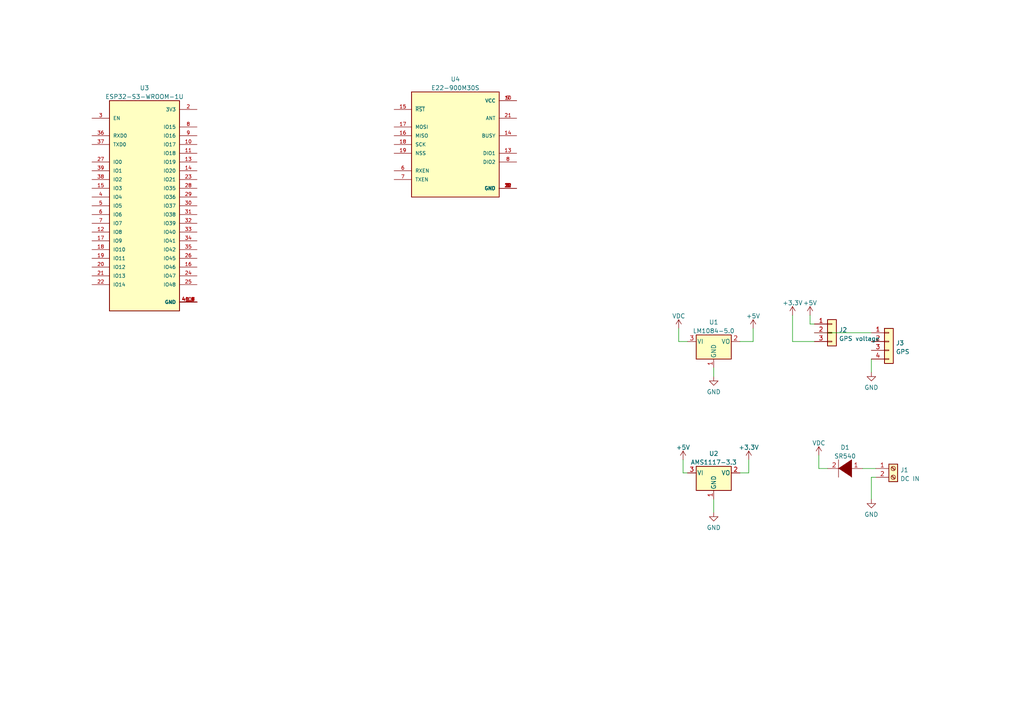
<source format=kicad_sch>
(kicad_sch (version 20211123) (generator eeschema)
  (paper "A4")
  (title_block (title "Basestation / repeater for Meshtastic") (date "2023-03-10") (rev "1") (company "Stefan Gofferje") (comment 1 "GNU GPL 3.0") (comment 4 "WIP - NOT READY"))
  (lib_symbols
    (symbol "Connector:Screw_Terminal_01x02" (pin_names (offset 1.016) hide)
      (property "Reference" "J" (at 0 2.54 0))
      (property "Value" "Screw_Terminal_01x02" (at 0 -5.08 0))
      (symbol "Screw_Terminal_01x02_1_1"
        (rectangle (start -1.27 1.27) (end 1.27 -3.81) (stroke (width 0.254)) (fill (type background)))
        (circle (center 0 -2.54) (radius 0.635) (stroke (width 0.1524)))
        (polyline (pts (xy -0.5334 -2.2098) (xy 0.3302 -3.048)) (stroke (width 0.1524)))
        (polyline (pts (xy -0.5334 0.3302) (xy 0.3302 -0.508)) (stroke (width 0.1524)))
        (polyline (pts (xy -0.3556 -2.032) (xy 0.508 -2.8702)) (stroke (width 0.1524)))
        (polyline (pts (xy -0.3556 0.508) (xy 0.508 -0.3302)) (stroke (width 0.1524)))
        (circle (center 0 0) (radius 0.635) (stroke (width 0.1524)))
        (pin passive line (at -5.08 0 0) (length 3.81) (name "Pin_1") (number "1"))
        (pin passive line (at -5.08 -2.54 0) (length 3.81) (name "Pin_2") (number "2"))
      )
    )
    (symbol "Connector_Generic:Conn_01x03" (pin_names (offset 1.016) hide)
      (property "Reference" "J" (at 0 5.08 0))
      (property "Value" "Conn_01x03" (at 0 -5.08 0))
      (symbol "Conn_01x03_1_1"
        (rectangle (start -1.27 -2.413) (end 0 -2.667) (stroke (width 0.1524)))
        (rectangle (start -1.27 0.127) (end 0 -0.127) (stroke (width 0.1524)))
        (rectangle (start -1.27 2.667) (end 0 2.413) (stroke (width 0.1524)))
        (rectangle (start -1.27 3.81) (end 1.27 -3.81) (stroke (width 0.254)) (fill (type background)))
        (pin passive line (at -5.08 2.54 0) (length 3.81) (name "Pin_1") (number "1"))
        (pin passive line (at -5.08 0 0) (length 3.81) (name "Pin_2") (number "2"))
        (pin passive line (at -5.08 -2.54 0) (length 3.81) (name "Pin_3") (number "3"))
      )
    )
    (symbol "Connector_Generic:Conn_01x04" (pin_names (offset 1.016) hide)
      (property "Reference" "J" (at 0 5.08 0))
      (property "Value" "Conn_01x04" (at 0 -7.62 0))
      (symbol "Conn_01x04_1_1"
        (rectangle (start -1.27 -4.953) (end 0 -5.207) (stroke (width 0.1524)))
        (rectangle (start -1.27 -2.413) (end 0 -2.667) (stroke (width 0.1524)))
        (rectangle (start -1.27 0.127) (end 0 -0.127) (stroke (width 0.1524)))
        (rectangle (start -1.27 2.667) (end 0 2.413) (stroke (width 0.1524)))
        (rectangle (start -1.27 3.81) (end 1.27 -6.35) (stroke (width 0.254)) (fill (type background)))
        (pin passive line (at -5.08 2.54 0) (length 3.81) (name "Pin_1") (number "1"))
        (pin passive line (at -5.08 0 0) (length 3.81) (name "Pin_2") (number "2"))
        (pin passive line (at -5.08 -2.54 0) (length 3.81) (name "Pin_3") (number "3"))
        (pin passive line (at -5.08 -5.08 0) (length 3.81) (name "Pin_4") (number "4"))
      )
    )
    (symbol "EByte E22-900M30S:E22-900M30S" (pin_names (offset 1.016))
      (property "Reference" "U" (at -12.7 16.002 0))
      (property "Value" "E22-900M30S" (at -12.7 -17.78 0))
      (symbol "E22-900M30S_0_0"
        (rectangle (start -12.7 -15.24) (end 12.7 15.24) (stroke (width 0.254)) (fill (type background)))
        (pin power_in line (at 17.78 -12.7 180) (length 5.08) (name "GND") (number "1"))
        (pin power_in line (at 17.78 12.7 180) (length 5.08) (name "VCC") (number "10"))
        (pin power_in line (at 17.78 -12.7 180) (length 5.08) (name "GND") (number "11"))
        (pin power_in line (at 17.78 -12.7 180) (length 5.08) (name "GND") (number "12"))
        (pin bidirectional line (at 17.78 -2.54 180) (length 5.08) (name "DIO1") (number "13"))
        (pin output line (at 17.78 2.54 180) (length 5.08) (name "BUSY") (number "14"))
        (pin input line (at -17.78 10.16 0) (length 5.08) (name "~{RST}") (number "15"))
        (pin output line (at -17.78 2.54 0) (length 5.08) (name "MISO") (number "16"))
        (pin input line (at -17.78 5.08 0) (length 5.08) (name "MOSI") (number "17"))
        (pin input line (at -17.78 0 0) (length 5.08) (name "SCK") (number "18"))
        (pin input line (at -17.78 -2.54 0) (length 5.08) (name "NSS") (number "19"))
        (pin power_in line (at 17.78 -12.7 180) (length 5.08) (name "GND") (number "2"))
        (pin power_in line (at 17.78 -12.7 180) (length 5.08) (name "GND") (number "20"))
        (pin output line (at 17.78 7.62 180) (length 5.08) (name "ANT") (number "21"))
        (pin power_in line (at 17.78 -12.7 180) (length 5.08) (name "GND") (number "22"))
        (pin power_in line (at 17.78 -12.7 180) (length 5.08) (name "GND") (number "3"))
        (pin power_in line (at 17.78 -12.7 180) (length 5.08) (name "GND") (number "4"))
        (pin power_in line (at 17.78 -12.7 180) (length 5.08) (name "GND") (number "5"))
        (pin input line (at -17.78 -7.62 0) (length 5.08) (name "RXEN") (number "6"))
        (pin input line (at -17.78 -10.16 0) (length 5.08) (name "TXEN") (number "7"))
        (pin bidirectional line (at 17.78 -5.08 180) (length 5.08) (name "DIO2") (number "8"))
        (pin power_in line (at 17.78 12.7 180) (length 5.08) (name "VCC") (number "9"))
      )
    )
    (symbol "ESP32-Wroom-S3-1U:ESP32-S3-WROOM-1U" (pin_names (offset 1.016))
      (property "Reference" "U" (at -10.16 31.369 0))
      (property "Value" "ESP32-S3-WROOM-1U" (at -10.16 -33.02 0))
      (symbol "ESP32-S3-WROOM-1U_0_0"
        (rectangle (start -10.16 -30.48) (end 10.16 30.48) (stroke (width 0.254)) (fill (type background)))
        (pin power_in line (at 15.24 -27.94 180) (length 5.08) (name "GND") (number "1"))
        (pin bidirectional line (at 15.24 17.78 180) (length 5.08) (name "IO17") (number "10"))
        (pin bidirectional line (at 15.24 15.24 180) (length 5.08) (name "IO18") (number "11"))
        (pin bidirectional line (at -15.24 -7.62 0) (length 5.08) (name "IO8") (number "12"))
        (pin bidirectional line (at 15.24 12.7 180) (length 5.08) (name "IO19") (number "13"))
        (pin bidirectional line (at 15.24 10.16 180) (length 5.08) (name "IO20") (number "14"))
        (pin bidirectional line (at -15.24 5.08 0) (length 5.08) (name "IO3") (number "15"))
        (pin bidirectional line (at 15.24 -17.78 180) (length 5.08) (name "IO46") (number "16"))
        (pin bidirectional line (at -15.24 -10.16 0) (length 5.08) (name "IO9") (number "17"))
        (pin bidirectional line (at -15.24 -12.7 0) (length 5.08) (name "IO10") (number "18"))
        (pin bidirectional line (at -15.24 -15.24 0) (length 5.08) (name "IO11") (number "19"))
        (pin power_in line (at 15.24 27.94 180) (length 5.08) (name "3V3") (number "2"))
        (pin bidirectional line (at -15.24 -17.78 0) (length 5.08) (name "IO12") (number "20"))
        (pin bidirectional line (at -15.24 -20.32 0) (length 5.08) (name "IO13") (number "21"))
        (pin bidirectional line (at -15.24 -22.86 0) (length 5.08) (name "IO14") (number "22"))
        (pin bidirectional line (at 15.24 7.62 180) (length 5.08) (name "IO21") (number "23"))
        (pin bidirectional line (at 15.24 -20.32 180) (length 5.08) (name "IO47") (number "24"))
        (pin bidirectional line (at 15.24 -22.86 180) (length 5.08) (name "IO48") (number "25"))
        (pin bidirectional line (at 15.24 -15.24 180) (length 5.08) (name "IO45") (number "26"))
        (pin bidirectional line (at -15.24 12.7 0) (length 5.08) (name "IO0") (number "27"))
        (pin bidirectional line (at 15.24 5.08 180) (length 5.08) (name "IO35") (number "28"))
        (pin bidirectional line (at 15.24 2.54 180) (length 5.08) (name "IO36") (number "29"))
        (pin input line (at -15.24 25.4 0) (length 5.08) (name "EN") (number "3"))
        (pin bidirectional line (at 15.24 0 180) (length 5.08) (name "IO37") (number "30"))
        (pin bidirectional line (at 15.24 -2.54 180) (length 5.08) (name "IO38") (number "31"))
        (pin bidirectional line (at 15.24 -5.08 180) (length 5.08) (name "IO39") (number "32"))
        (pin bidirectional line (at 15.24 -7.62 180) (length 5.08) (name "IO40") (number "33"))
        (pin bidirectional line (at 15.24 -10.16 180) (length 5.08) (name "IO41") (number "34"))
        (pin bidirectional line (at 15.24 -12.7 180) (length 5.08) (name "IO42") (number "35"))
        (pin bidirectional line (at -15.24 20.32 0) (length 5.08) (name "RXD0") (number "36"))
        (pin bidirectional line (at -15.24 17.78 0) (length 5.08) (name "TXD0") (number "37"))
        (pin bidirectional line (at -15.24 7.62 0) (length 5.08) (name "IO2") (number "38"))
        (pin bidirectional line (at -15.24 10.16 0) (length 5.08) (name "IO1") (number "39"))
        (pin bidirectional line (at -15.24 2.54 0) (length 5.08) (name "IO4") (number "4"))
        (pin power_in line (at 15.24 -27.94 180) (length 5.08) (name "GND") (number "40"))
        (pin power_in line (at 15.24 -27.94 180) (length 5.08) (name "GND") (number "41_1"))
        (pin power_in line (at 15.24 -27.94 180) (length 5.08) (name "GND") (number "41_2"))
        (pin power_in line (at 15.24 -27.94 180) (length 5.08) (name "GND") (number "41_3"))
        (pin power_in line (at 15.24 -27.94 180) (length 5.08) (name "GND") (number "41_4"))
        (pin power_in line (at 15.24 -27.94 180) (length 5.08) (name "GND") (number "41_5"))
        (pin power_in line (at 15.24 -27.94 180) (length 5.08) (name "GND") (number "41_6"))
        (pin power_in line (at 15.24 -27.94 180) (length 5.08) (name "GND") (number "41_7"))
        (pin power_in line (at 15.24 -27.94 180) (length 5.08) (name "GND") (number "41_8"))
        (pin power_in line (at 15.24 -27.94 180) (length 5.08) (name "GND") (number "41_9"))
        (pin bidirectional line (at -15.24 0 0) (length 5.08) (name "IO5") (number "5"))
        (pin bidirectional line (at -15.24 -2.54 0) (length 5.08) (name "IO6") (number "6"))
        (pin bidirectional line (at -15.24 -5.08 0) (length 5.08) (name "IO7") (number "7"))
        (pin bidirectional line (at 15.24 22.86 180) (length 5.08) (name "IO15") (number "8"))
        (pin bidirectional line (at 15.24 20.32 180) (length 5.08) (name "IO16") (number "9"))
      )
    )
    (symbol "Regulator_Linear:AMS1117-3.3" (pin_names (offset 0.254))
      (property "Reference" "U" (at -3.81 3.175 0))
      (property "Value" "AMS1117-3.3" (at 0 3.175 0))
      (symbol "AMS1117-3.3_0_1"
        (rectangle (start -5.08 -5.08) (end 5.08 1.905) (stroke (width 0.254)) (fill (type background)))
      )
      (symbol "AMS1117-3.3_1_1"
        (pin power_in line (at 0 -7.62 90) (length 2.54) (name "GND") (number "1"))
        (pin power_out line (at 7.62 0 180) (length 2.54) (name "VO") (number "2"))
        (pin power_in line (at -7.62 0 0) (length 2.54) (name "VI") (number "3"))
      )
    )
    (symbol "Regulator_Linear:LM1084-5.0" (pin_names (offset 0.254))
      (property "Reference" "U" (at -3.81 3.175 0))
      (property "Value" "LM1084-5.0" (at 0 3.175 0))
      (symbol "LM1084-5.0_0_1"
        (rectangle (start -5.08 1.905) (end 5.08 -5.08) (stroke (width 0.254)) (fill (type background)))
      )
      (symbol "LM1084-5.0_1_1"
        (pin power_in line (at 0 -7.62 90) (length 2.54) (name "GND") (number "1"))
        (pin power_out line (at 7.62 0 180) (length 2.54) (name "VO") (number "2"))
        (pin power_in line (at -7.62 0 0) (length 2.54) (name "VI") (number "3"))
      )
    )
    (symbol "power:+3.3V" (power) (pin_names (offset 0))
      (property "Value" "+3.3V" (at 0 3.556 0))
      (symbol "+3.3V_0_1"
        (polyline (pts (xy -0.762 1.27) (xy 0 2.54)))
        (polyline (pts (xy 0 0) (xy 0 2.54)))
        (polyline (pts (xy 0 2.54) (xy 0.762 1.27)))
      )
      (symbol "+3.3V_1_1"
        (pin power_in line (at 0 0 90) (length 0) hide (name "+3.3V") (number "1"))
      )
    )
    (symbol "power:+5V" (power) (pin_names (offset 0))
      (property "Value" "+5V" (at 0 3.556 0))
      (symbol "+5V_0_1"
        (polyline (pts (xy -0.762 1.27) (xy 0 2.54)))
        (polyline (pts (xy 0 0) (xy 0 2.54)))
        (polyline (pts (xy 0 2.54) (xy 0.762 1.27)))
      )
      (symbol "+5V_1_1"
        (pin power_in line (at 0 0 90) (length 0) hide (name "+5V") (number "1"))
      )
    )
    (symbol "power:GND" (power) (pin_names (offset 0))
      (property "Value" "GND" (at 0 -3.81 0))
      (symbol "GND_0_1"
        (polyline (pts (xy 0 0) (xy 0 -1.27) (xy 1.27 -1.27) (xy 0 -2.54) (xy -1.27 -1.27) (xy 0 -1.27)))
      )
      (symbol "GND_1_1"
        (pin power_in line (at 0 0 270) (length 0) hide (name "GND") (number "1"))
      )
    )
    (symbol "power:VDC" (power) (pin_names (offset 0))
      (property "Value" "VDC" (at 0 6.35 0))
      (symbol "VDC_0_1"
        (polyline (pts (xy -0.762 1.27) (xy 0 2.54)))
        (polyline (pts (xy 0 0) (xy 0 2.54)))
        (polyline (pts (xy 0 2.54) (xy 0.762 1.27)))
      )
      (symbol "VDC_1_1"
        (pin power_in line (at 0 0 90) (length 0) hide (name "VDC") (number "1"))
      )
    )
    (symbol "pspice:DIODE" (pin_names (offset 1.016) hide)
      (property "Reference" "D" (at 0 3.81 0))
      (property "Value" "DIODE" (at 0 -4.445 0))
      (symbol "DIODE_0_1"
        (polyline (pts (xy 1.905 2.54) (xy 1.905 -2.54)))
        (polyline (pts (xy -1.905 2.54) (xy -1.905 -2.54) (xy 1.905 0)) (fill (type outline)))
      )
      (symbol "DIODE_1_1"
        (pin input line (at -5.08 0 0) (length 3.81) (name "K") (number "1"))
        (pin input line (at 5.08 0 180) (length 3.81) (name "A") (number "2"))
      )
    )
  )
  (wire (pts (xy 207.01 106.68) (xy 207.01 109.22)))
  (wire (pts (xy 196.85 99.06) (xy 199.39 99.06)))
  (wire (pts (xy 234.95 91.44) (xy 234.95 93.98)))
  (wire (pts (xy 217.17 137.16) (xy 214.63 137.16)))
  (wire (pts (xy 237.49 135.89) (xy 240.03 135.89)))
  (wire (pts (xy 198.12 133.35) (xy 198.12 137.16)))
  (wire (pts (xy 198.12 137.16) (xy 199.39 137.16)))
  (wire (pts (xy 229.87 99.06) (xy 236.22 99.06)))
  (wire (pts (xy 218.44 99.06) (xy 214.63 99.06)))
  (wire (pts (xy 236.22 96.52) (xy 252.73 96.52)))
  (wire (pts (xy 234.95 93.98) (xy 236.22 93.98)))
  (wire (pts (xy 237.49 132.08) (xy 237.49 135.89)))
  (wire (pts (xy 218.44 95.25) (xy 218.44 99.06)))
  (wire (pts (xy 229.87 91.44) (xy 229.87 99.06)))
  (wire (pts (xy 250.19 135.89) (xy 254 135.89)))
  (wire (pts (xy 217.17 133.35) (xy 217.17 137.16)))
  (wire (pts (xy 207.01 144.78) (xy 207.01 148.59)))
  (wire (pts (xy 252.73 138.43) (xy 254 138.43)))
  (wire (pts (xy 196.85 95.25) (xy 196.85 99.06)))
  (wire (pts (xy 252.73 104.14) (xy 252.73 107.95)))
  (wire (pts (xy 252.73 144.78) (xy 252.73 138.43)))
  (symbol (lib_id "Regulator_Linear:LM1084-5.0") (at 207.01 99.06 0) (unit 1)
    (property "Reference" "U1" (at 207.01 93.4552 0))
    (property "Value" "LM1084-5.0" (at 207.01 95.9921 0))
    (property "Datasheet" "http://www.ti.com/lit/ds/symlink/lm1084.pdf" (effects hide))
  )
  (symbol (lib_id "power:+3.3V") (at 229.87 91.44 0) (unit 1)
    (property "Reference" "#PWR?" (effects hide))
    (property "Value" "+3.3V" (at 229.87 87.8642 0))
  )
  (symbol (lib_id "power:GND") (at 252.73 144.78 0) (unit 1)
    (property "Reference" "#PWR?" (effects hide))
    (property "Value" "GND" (at 252.73 149.2234 0))
  )
  (symbol (lib_id "power:VDC") (at 237.49 132.08 0) (unit 1)
    (property "Reference" "#PWR?" (effects hide))
    (property "Value" "VDC" (at 237.49 128.5042 0))
  )
  (symbol (lib_id "power:+5V") (at 218.44 95.25 0) (unit 1)
    (property "Reference" "#PWR?" (effects hide))
    (property "Value" "+5V" (at 218.44 91.6742 0))
  )
  (symbol (lib_id "power:+5V") (at 234.95 91.44 0) (unit 1)
    (property "Reference" "#PWR?" (effects hide))
    (property "Value" "+5V" (at 234.95 87.8642 0))
  )
  (symbol (lib_id "Connector_Generic:Conn_01x04") (at 257.81 99.06 0) (unit 1)
    (property "Reference" "J3" (at 259.842 99.4953 0) (effects (justify left)))
    (property "Value" "GPS" (at 259.842 102.0322 0) (effects (justify left)))
  )
  (symbol (lib_id "EByte E22-900M30S:E22-900M30S") (at 132.08 41.91 0) (unit 1)
    (property "Reference" "U4" (at 132.08 22.9702 0))
    (property "Value" "E22-900M30S" (at 132.08 25.5071 0))
    (property "Footprint" "XCVR_E22-900M30S" (effects hide))
    (property "PARTREV" "1.2" (effects hide))
    (property "MANUFACTURER" "EBYTE" (effects hide))
    (property "STANDARD" "Manufacturer Recommendations" (effects hide))
    (property "MAXIMUM_PACKAGE_HEIGHT" "3.97 mm" (effects hide))
  )
  (symbol (lib_id "power:+5V") (at 198.12 133.35 0) (unit 1)
    (property "Reference" "#PWR?" (effects hide))
    (property "Value" "+5V" (at 198.12 129.7742 0))
  )
  (symbol (lib_id "Connector_Generic:Conn_01x03") (at 241.3 96.52 0) (unit 1)
    (property "Reference" "J2" (at 243.332 95.6853 0) (effects (justify left)))
    (property "Value" "GPS voltage" (at 243.332 98.2222 0) (effects (justify left)))
  )
  (symbol (lib_id "Connector:Screw_Terminal_01x02") (at 259.08 135.89 0) (unit 1)
    (property "Reference" "J1" (at 261.112 136.3253 0) (effects (justify left)))
    (property "Value" "DC IN" (at 261.112 138.8622 0) (effects (justify left)))
  )
  (symbol (lib_id "power:GND") (at 207.01 109.22 0) (unit 1)
    (property "Reference" "#PWR?" (effects hide))
    (property "Value" "GND" (at 207.01 113.6634 0))
  )
  (symbol (lib_id "Regulator_Linear:AMS1117-3.3") (at 207.01 137.16 0) (unit 1)
    (property "Reference" "U2" (at 207.01 131.5552 0))
    (property "Value" "AMS1117-3.3" (at 207.01 134.0921 0))
    (property "Footprint" "Package_TO_SOT_SMD:SOT-223-3_TabPin2" (effects hide))
    (property "Datasheet" "http://www.advanced-monolithic.com/pdf/ds1117.pdf" (effects hide))
  )
  (symbol (lib_id "power:+3.3V") (at 217.17 133.35 0) (unit 1)
    (property "Reference" "#PWR?" (effects hide))
    (property "Value" "+3.3V" (at 217.17 129.7742 0))
  )
  (symbol (lib_id "power:GND") (at 252.73 107.95 0) (unit 1)
    (property "Reference" "#PWR?" (effects hide))
    (property "Value" "GND" (at 252.73 112.3934 0))
  )
  (symbol (lib_id "pspice:DIODE") (at 245.11 135.89 180) (unit 1)
    (property "Reference" "D1" (at 245.11 129.7772 0))
    (property "Value" "SR540" (at 245.11 132.3141 0))
  )
  (symbol (lib_id "power:GND") (at 207.01 148.59 0) (unit 1)
    (property "Reference" "#PWR?" (effects hide))
    (property "Value" "GND" (at 207.01 153.0334 0))
  )
  (symbol (lib_id "power:VDC") (at 196.85 95.25 0) (unit 1)
    (property "Reference" "#PWR?" (effects hide))
    (property "Value" "VDC" (at 196.85 91.6742 0))
  )
  (symbol (lib_id "ESP32-Wroom-S3-1U:ESP32-S3-WROOM-1U") (at 41.91 59.69 0) (unit 1)
    (property "Reference" "U3" (at 41.91 25.5102 0))
    (property "Value" "ESP32-S3-WROOM-1U" (at 41.91 28.0471 0))
    (property "Footprint" "XCVR_ESP32-S3-WROOM-1U" (effects hide))
    (property "STANDARD" "Manufacturer Recommendations" (effects hide))
    (property "MAXIMUM_PACKAGE_HEIGHT" "3.35mm" (effects hide))
    (property "MANUFACTURER" "Espressif" (effects hide))
    (property "PARTREV" "v0.6" (effects hide))
  )
)
</source>
